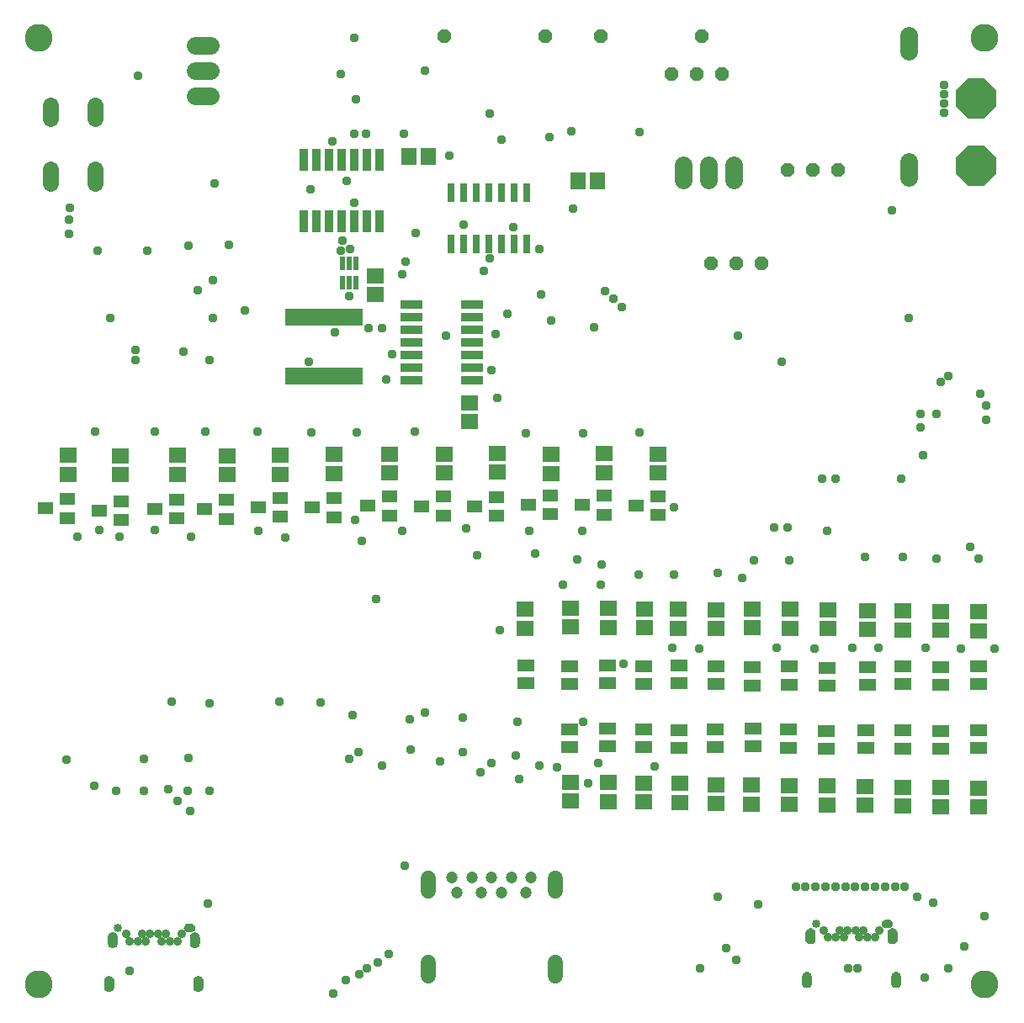
<source format=gbr>
G04 EAGLE Gerber RS-274X export*
G75*
%MOMM*%
%FSLAX34Y34*%
%LPD*%
%INSoldermask Bottom*%
%IPPOS*%
%AMOC8*
5,1,8,0,0,1.08239X$1,22.5*%
G01*
%ADD10C,2.803200*%
%ADD11P,1.451614X8X22.500000*%
%ADD12R,1.503200X1.703200*%
%ADD13R,1.703200X1.503200*%
%ADD14R,1.653200X1.303200*%
%ADD15R,0.653200X1.678200*%
%ADD16R,0.863600X2.235200*%
%ADD17R,2.235200X0.863600*%
%ADD18C,0.903200*%
%ADD19C,0.853200*%
%ADD20R,1.603200X1.203200*%
%ADD21C,1.625600*%
%ADD22C,1.743200*%
%ADD23R,0.558800X1.320800*%
%ADD24R,0.736600X1.905000*%
%ADD25C,1.203200*%
%ADD26C,1.503200*%
%ADD27C,1.767838*%
%ADD28P,4.343848X8X22.500000*%
%ADD29C,0.959600*%

G36*
X100018Y60176D02*
X100018Y60176D01*
X100024Y60182D01*
X100029Y60179D01*
X101086Y60549D01*
X101090Y60556D01*
X101096Y60553D01*
X102044Y61149D01*
X102047Y61157D01*
X102052Y61156D01*
X102844Y61948D01*
X102845Y61956D01*
X102851Y61956D01*
X103447Y62904D01*
X103446Y62913D01*
X103451Y62914D01*
X103821Y63971D01*
X103820Y63975D01*
X103822Y63977D01*
X103820Y63980D01*
X103824Y63982D01*
X103949Y65095D01*
X103947Y65098D01*
X103949Y65100D01*
X103949Y71100D01*
X103947Y71103D01*
X103949Y71106D01*
X103824Y72218D01*
X103818Y72224D01*
X103821Y72229D01*
X103451Y73286D01*
X103445Y73290D01*
X103447Y73296D01*
X102851Y74244D01*
X102843Y74247D01*
X102844Y74252D01*
X102052Y75044D01*
X102044Y75045D01*
X102044Y75051D01*
X101096Y75647D01*
X101087Y75646D01*
X101086Y75651D01*
X100029Y76021D01*
X100021Y76019D01*
X100018Y76024D01*
X98906Y76149D01*
X98898Y76145D01*
X98895Y76149D01*
X97782Y76024D01*
X97776Y76018D01*
X97771Y76021D01*
X96714Y75651D01*
X96710Y75645D01*
X96704Y75647D01*
X95756Y75051D01*
X95753Y75043D01*
X95748Y75044D01*
X94956Y74252D01*
X94955Y74244D01*
X94949Y74244D01*
X94353Y73296D01*
X94354Y73287D01*
X94349Y73286D01*
X93979Y72229D01*
X93981Y72221D01*
X93976Y72218D01*
X93851Y71106D01*
X93853Y71102D01*
X93851Y71100D01*
X93851Y65100D01*
X93853Y65097D01*
X93851Y65095D01*
X93976Y63982D01*
X93982Y63976D01*
X93979Y63971D01*
X94349Y62914D01*
X94356Y62910D01*
X94353Y62904D01*
X94949Y61956D01*
X94957Y61953D01*
X94956Y61948D01*
X95748Y61156D01*
X95756Y61155D01*
X95756Y61149D01*
X96704Y60553D01*
X96713Y60554D01*
X96714Y60549D01*
X97771Y60179D01*
X97779Y60181D01*
X97782Y60176D01*
X98895Y60051D01*
X98902Y60055D01*
X98906Y60051D01*
X100018Y60176D01*
G37*
G36*
X182618Y60176D02*
X182618Y60176D01*
X182624Y60182D01*
X182629Y60179D01*
X183686Y60549D01*
X183690Y60556D01*
X183696Y60553D01*
X184644Y61149D01*
X184647Y61157D01*
X184652Y61156D01*
X185444Y61948D01*
X185445Y61956D01*
X185451Y61956D01*
X186047Y62904D01*
X186046Y62913D01*
X186051Y62914D01*
X186421Y63971D01*
X186420Y63975D01*
X186422Y63977D01*
X186420Y63980D01*
X186424Y63982D01*
X186549Y65095D01*
X186547Y65098D01*
X186549Y65100D01*
X186549Y71100D01*
X186547Y71103D01*
X186549Y71106D01*
X186424Y72218D01*
X186418Y72224D01*
X186421Y72229D01*
X186051Y73286D01*
X186045Y73290D01*
X186047Y73296D01*
X185451Y74244D01*
X185443Y74247D01*
X185444Y74252D01*
X184652Y75044D01*
X184644Y75045D01*
X184644Y75051D01*
X183696Y75647D01*
X183687Y75646D01*
X183686Y75651D01*
X182629Y76021D01*
X182621Y76019D01*
X182618Y76024D01*
X181506Y76149D01*
X181498Y76145D01*
X181495Y76149D01*
X180382Y76024D01*
X180376Y76018D01*
X180371Y76021D01*
X179314Y75651D01*
X179310Y75645D01*
X179304Y75647D01*
X178356Y75051D01*
X178353Y75043D01*
X178348Y75044D01*
X177556Y74252D01*
X177555Y74244D01*
X177549Y74244D01*
X176953Y73296D01*
X176954Y73287D01*
X176949Y73286D01*
X176579Y72229D01*
X176581Y72221D01*
X176576Y72218D01*
X176451Y71106D01*
X176453Y71102D01*
X176451Y71100D01*
X176451Y65100D01*
X176453Y65097D01*
X176451Y65095D01*
X176576Y63982D01*
X176582Y63976D01*
X176579Y63971D01*
X176949Y62914D01*
X176956Y62910D01*
X176953Y62904D01*
X177549Y61956D01*
X177557Y61953D01*
X177556Y61948D01*
X178348Y61156D01*
X178356Y61155D01*
X178356Y61149D01*
X179304Y60553D01*
X179313Y60554D01*
X179314Y60549D01*
X180371Y60179D01*
X180379Y60181D01*
X180382Y60176D01*
X181495Y60051D01*
X181502Y60055D01*
X181506Y60051D01*
X182618Y60176D01*
G37*
G36*
X888318Y20176D02*
X888318Y20176D01*
X888324Y20182D01*
X888329Y20179D01*
X889386Y20549D01*
X889390Y20556D01*
X889396Y20553D01*
X890344Y21149D01*
X890347Y21157D01*
X890352Y21156D01*
X891144Y21948D01*
X891145Y21956D01*
X891151Y21956D01*
X891747Y22904D01*
X891746Y22913D01*
X891751Y22914D01*
X892121Y23971D01*
X892120Y23975D01*
X892122Y23977D01*
X892120Y23980D01*
X892124Y23982D01*
X892249Y25095D01*
X892247Y25098D01*
X892249Y25100D01*
X892249Y31100D01*
X892247Y31103D01*
X892249Y31106D01*
X892124Y32218D01*
X892118Y32224D01*
X892121Y32229D01*
X891751Y33286D01*
X891745Y33290D01*
X891747Y33296D01*
X891151Y34244D01*
X891143Y34247D01*
X891144Y34252D01*
X890352Y35044D01*
X890344Y35045D01*
X890344Y35051D01*
X889396Y35647D01*
X889387Y35646D01*
X889386Y35651D01*
X888329Y36021D01*
X888321Y36019D01*
X888318Y36024D01*
X887206Y36149D01*
X887198Y36145D01*
X887195Y36149D01*
X886082Y36024D01*
X886076Y36018D01*
X886071Y36021D01*
X885014Y35651D01*
X885010Y35645D01*
X885004Y35647D01*
X884056Y35051D01*
X884053Y35043D01*
X884048Y35044D01*
X883256Y34252D01*
X883255Y34244D01*
X883249Y34244D01*
X882653Y33296D01*
X882654Y33287D01*
X882649Y33286D01*
X882279Y32229D01*
X882281Y32221D01*
X882276Y32218D01*
X882151Y31106D01*
X882153Y31102D01*
X882151Y31100D01*
X882151Y25100D01*
X882153Y25097D01*
X882151Y25095D01*
X882276Y23982D01*
X882282Y23976D01*
X882279Y23971D01*
X882649Y22914D01*
X882656Y22910D01*
X882653Y22904D01*
X883249Y21956D01*
X883257Y21953D01*
X883256Y21948D01*
X884048Y21156D01*
X884056Y21155D01*
X884056Y21149D01*
X885004Y20553D01*
X885013Y20554D01*
X885014Y20549D01*
X886071Y20179D01*
X886079Y20181D01*
X886082Y20176D01*
X887195Y20051D01*
X887202Y20055D01*
X887206Y20051D01*
X888318Y20176D01*
G37*
G36*
X798518Y20176D02*
X798518Y20176D01*
X798524Y20182D01*
X798529Y20179D01*
X799586Y20549D01*
X799590Y20556D01*
X799596Y20553D01*
X800544Y21149D01*
X800547Y21157D01*
X800552Y21156D01*
X801344Y21948D01*
X801345Y21956D01*
X801351Y21956D01*
X801947Y22904D01*
X801946Y22913D01*
X801951Y22914D01*
X802321Y23971D01*
X802320Y23975D01*
X802322Y23977D01*
X802320Y23980D01*
X802324Y23982D01*
X802449Y25095D01*
X802447Y25098D01*
X802449Y25100D01*
X802449Y31100D01*
X802447Y31103D01*
X802449Y31106D01*
X802324Y32218D01*
X802318Y32224D01*
X802321Y32229D01*
X801951Y33286D01*
X801945Y33290D01*
X801947Y33296D01*
X801351Y34244D01*
X801343Y34247D01*
X801344Y34252D01*
X800552Y35044D01*
X800544Y35045D01*
X800544Y35051D01*
X799596Y35647D01*
X799587Y35646D01*
X799586Y35651D01*
X798529Y36021D01*
X798521Y36019D01*
X798518Y36024D01*
X797406Y36149D01*
X797398Y36145D01*
X797395Y36149D01*
X796282Y36024D01*
X796276Y36018D01*
X796271Y36021D01*
X795214Y35651D01*
X795210Y35645D01*
X795204Y35647D01*
X794256Y35051D01*
X794253Y35043D01*
X794248Y35044D01*
X793456Y34252D01*
X793455Y34244D01*
X793449Y34244D01*
X792853Y33296D01*
X792854Y33287D01*
X792849Y33286D01*
X792479Y32229D01*
X792481Y32221D01*
X792476Y32218D01*
X792351Y31106D01*
X792353Y31102D01*
X792351Y31100D01*
X792351Y25100D01*
X792353Y25097D01*
X792351Y25095D01*
X792476Y23982D01*
X792482Y23976D01*
X792479Y23971D01*
X792849Y22914D01*
X792856Y22910D01*
X792853Y22904D01*
X793449Y21956D01*
X793457Y21953D01*
X793456Y21948D01*
X794248Y21156D01*
X794256Y21155D01*
X794256Y21149D01*
X795204Y20553D01*
X795213Y20554D01*
X795214Y20549D01*
X796271Y20179D01*
X796279Y20181D01*
X796282Y20176D01*
X797395Y20051D01*
X797402Y20055D01*
X797406Y20051D01*
X798518Y20176D01*
G37*
G36*
X186218Y16176D02*
X186218Y16176D01*
X186224Y16182D01*
X186229Y16179D01*
X187286Y16549D01*
X187290Y16556D01*
X187296Y16553D01*
X188244Y17149D01*
X188247Y17157D01*
X188252Y17156D01*
X189044Y17948D01*
X189045Y17956D01*
X189051Y17956D01*
X189647Y18904D01*
X189646Y18913D01*
X189651Y18914D01*
X190021Y19971D01*
X190020Y19975D01*
X190022Y19977D01*
X190020Y19980D01*
X190024Y19982D01*
X190149Y21095D01*
X190147Y21098D01*
X190149Y21100D01*
X190149Y27100D01*
X190147Y27103D01*
X190149Y27106D01*
X190024Y28218D01*
X190018Y28224D01*
X190021Y28229D01*
X189651Y29286D01*
X189645Y29290D01*
X189647Y29296D01*
X189051Y30244D01*
X189043Y30247D01*
X189044Y30252D01*
X188252Y31044D01*
X188244Y31045D01*
X188244Y31051D01*
X187296Y31647D01*
X187287Y31646D01*
X187286Y31651D01*
X186229Y32021D01*
X186221Y32019D01*
X186218Y32024D01*
X185106Y32149D01*
X185098Y32145D01*
X185095Y32149D01*
X183982Y32024D01*
X183976Y32018D01*
X183971Y32021D01*
X182914Y31651D01*
X182910Y31645D01*
X182904Y31647D01*
X181956Y31051D01*
X181953Y31043D01*
X181948Y31044D01*
X181156Y30252D01*
X181155Y30244D01*
X181149Y30244D01*
X180553Y29296D01*
X180554Y29287D01*
X180549Y29286D01*
X180179Y28229D01*
X180181Y28221D01*
X180176Y28218D01*
X180051Y27106D01*
X180053Y27102D01*
X180051Y27100D01*
X180051Y21100D01*
X180053Y21097D01*
X180051Y21095D01*
X180176Y19982D01*
X180182Y19976D01*
X180179Y19971D01*
X180549Y18914D01*
X180556Y18910D01*
X180553Y18904D01*
X181149Y17956D01*
X181157Y17953D01*
X181156Y17948D01*
X181948Y17156D01*
X181956Y17155D01*
X181956Y17149D01*
X182904Y16553D01*
X182913Y16554D01*
X182914Y16549D01*
X183971Y16179D01*
X183979Y16181D01*
X183982Y16176D01*
X185095Y16051D01*
X185102Y16055D01*
X185106Y16051D01*
X186218Y16176D01*
G37*
G36*
X96418Y16176D02*
X96418Y16176D01*
X96424Y16182D01*
X96429Y16179D01*
X97486Y16549D01*
X97490Y16556D01*
X97496Y16553D01*
X98444Y17149D01*
X98447Y17157D01*
X98452Y17156D01*
X99244Y17948D01*
X99245Y17956D01*
X99251Y17956D01*
X99847Y18904D01*
X99846Y18913D01*
X99851Y18914D01*
X100221Y19971D01*
X100220Y19975D01*
X100222Y19977D01*
X100220Y19980D01*
X100224Y19982D01*
X100349Y21095D01*
X100347Y21098D01*
X100349Y21100D01*
X100349Y27100D01*
X100347Y27103D01*
X100349Y27106D01*
X100224Y28218D01*
X100218Y28224D01*
X100221Y28229D01*
X99851Y29286D01*
X99845Y29290D01*
X99847Y29296D01*
X99251Y30244D01*
X99243Y30247D01*
X99244Y30252D01*
X98452Y31044D01*
X98444Y31045D01*
X98444Y31051D01*
X97496Y31647D01*
X97487Y31646D01*
X97486Y31651D01*
X96429Y32021D01*
X96421Y32019D01*
X96418Y32024D01*
X95306Y32149D01*
X95298Y32145D01*
X95295Y32149D01*
X94182Y32024D01*
X94176Y32018D01*
X94171Y32021D01*
X93114Y31651D01*
X93110Y31645D01*
X93104Y31647D01*
X92156Y31051D01*
X92153Y31043D01*
X92148Y31044D01*
X91356Y30252D01*
X91355Y30244D01*
X91349Y30244D01*
X90753Y29296D01*
X90754Y29287D01*
X90749Y29286D01*
X90379Y28229D01*
X90381Y28221D01*
X90376Y28218D01*
X90251Y27106D01*
X90253Y27102D01*
X90251Y27100D01*
X90251Y21100D01*
X90253Y21097D01*
X90251Y21095D01*
X90376Y19982D01*
X90382Y19976D01*
X90379Y19971D01*
X90749Y18914D01*
X90756Y18910D01*
X90753Y18904D01*
X91349Y17956D01*
X91357Y17953D01*
X91356Y17948D01*
X92148Y17156D01*
X92156Y17155D01*
X92156Y17149D01*
X93104Y16553D01*
X93113Y16554D01*
X93114Y16549D01*
X94171Y16179D01*
X94179Y16181D01*
X94182Y16176D01*
X95295Y16051D01*
X95302Y16055D01*
X95306Y16051D01*
X96418Y16176D01*
G37*
G36*
X884718Y64176D02*
X884718Y64176D01*
X884724Y64182D01*
X884729Y64179D01*
X885786Y64549D01*
X885790Y64556D01*
X885796Y64553D01*
X886744Y65149D01*
X886747Y65157D01*
X886752Y65156D01*
X887544Y65948D01*
X887545Y65956D01*
X887551Y65956D01*
X888147Y66904D01*
X888146Y66913D01*
X888151Y66914D01*
X888521Y67971D01*
X888520Y67975D01*
X888522Y67977D01*
X888520Y67980D01*
X888524Y67982D01*
X888649Y69095D01*
X888647Y69098D01*
X888649Y69100D01*
X888649Y75100D01*
X888647Y75103D01*
X888649Y75106D01*
X888524Y76218D01*
X888518Y76224D01*
X888521Y76229D01*
X888151Y77286D01*
X888145Y77290D01*
X888147Y77296D01*
X887551Y78244D01*
X887543Y78247D01*
X887544Y78252D01*
X886752Y79044D01*
X886744Y79045D01*
X886744Y79051D01*
X885796Y79647D01*
X885787Y79646D01*
X885786Y79651D01*
X884729Y80021D01*
X884721Y80019D01*
X884718Y80024D01*
X883606Y80149D01*
X883598Y80145D01*
X883595Y80149D01*
X882482Y80024D01*
X882476Y80018D01*
X882471Y80021D01*
X881414Y79651D01*
X881410Y79645D01*
X881404Y79647D01*
X880456Y79051D01*
X880453Y79043D01*
X880448Y79044D01*
X879656Y78252D01*
X879655Y78244D01*
X879649Y78244D01*
X879053Y77296D01*
X879054Y77287D01*
X879049Y77286D01*
X878679Y76229D01*
X878681Y76221D01*
X878676Y76218D01*
X878551Y75106D01*
X878553Y75102D01*
X878551Y75100D01*
X878551Y69100D01*
X878553Y69097D01*
X878551Y69095D01*
X878676Y67982D01*
X878682Y67976D01*
X878679Y67971D01*
X879049Y66914D01*
X879056Y66910D01*
X879053Y66904D01*
X879649Y65956D01*
X879657Y65953D01*
X879656Y65948D01*
X880448Y65156D01*
X880456Y65155D01*
X880456Y65149D01*
X881404Y64553D01*
X881413Y64554D01*
X881414Y64549D01*
X882471Y64179D01*
X882479Y64181D01*
X882482Y64176D01*
X883595Y64051D01*
X883602Y64055D01*
X883606Y64051D01*
X884718Y64176D01*
G37*
G36*
X802118Y64176D02*
X802118Y64176D01*
X802124Y64182D01*
X802129Y64179D01*
X803186Y64549D01*
X803190Y64556D01*
X803196Y64553D01*
X804144Y65149D01*
X804147Y65157D01*
X804152Y65156D01*
X804944Y65948D01*
X804945Y65956D01*
X804951Y65956D01*
X805547Y66904D01*
X805546Y66913D01*
X805551Y66914D01*
X805921Y67971D01*
X805920Y67975D01*
X805922Y67977D01*
X805920Y67980D01*
X805924Y67982D01*
X806049Y69095D01*
X806047Y69098D01*
X806049Y69100D01*
X806049Y75100D01*
X806047Y75103D01*
X806049Y75106D01*
X805924Y76218D01*
X805918Y76224D01*
X805921Y76229D01*
X805551Y77286D01*
X805545Y77290D01*
X805547Y77296D01*
X804951Y78244D01*
X804943Y78247D01*
X804944Y78252D01*
X804152Y79044D01*
X804144Y79045D01*
X804144Y79051D01*
X803196Y79647D01*
X803187Y79646D01*
X803186Y79651D01*
X802129Y80021D01*
X802121Y80019D01*
X802118Y80024D01*
X801006Y80149D01*
X800998Y80145D01*
X800995Y80149D01*
X799882Y80024D01*
X799876Y80018D01*
X799871Y80021D01*
X798814Y79651D01*
X798810Y79645D01*
X798804Y79647D01*
X797856Y79051D01*
X797853Y79043D01*
X797848Y79044D01*
X797056Y78252D01*
X797055Y78244D01*
X797049Y78244D01*
X796453Y77296D01*
X796454Y77287D01*
X796449Y77286D01*
X796079Y76229D01*
X796081Y76221D01*
X796076Y76218D01*
X795951Y75106D01*
X795953Y75102D01*
X795951Y75100D01*
X795951Y69100D01*
X795953Y69097D01*
X795951Y69095D01*
X796076Y67982D01*
X796082Y67976D01*
X796079Y67971D01*
X796449Y66914D01*
X796456Y66910D01*
X796453Y66904D01*
X797049Y65956D01*
X797057Y65953D01*
X797056Y65948D01*
X797848Y65156D01*
X797856Y65155D01*
X797856Y65149D01*
X798804Y64553D01*
X798813Y64554D01*
X798814Y64549D01*
X799871Y64179D01*
X799879Y64181D01*
X799882Y64176D01*
X800995Y64051D01*
X801002Y64055D01*
X801006Y64051D01*
X802118Y64176D01*
G37*
G36*
X879803Y80203D02*
X879803Y80203D01*
X879806Y80201D01*
X880751Y80308D01*
X880757Y80313D01*
X880762Y80310D01*
X881660Y80624D01*
X881665Y80631D01*
X881670Y80629D01*
X882476Y81136D01*
X882479Y81143D01*
X882485Y81142D01*
X883158Y81815D01*
X883159Y81823D01*
X883164Y81824D01*
X883671Y82630D01*
X883670Y82638D01*
X883676Y82640D01*
X883990Y83538D01*
X883987Y83546D01*
X883992Y83549D01*
X884099Y84495D01*
X884095Y84502D01*
X884099Y84506D01*
X883992Y85451D01*
X883987Y85457D01*
X883990Y85462D01*
X883676Y86360D01*
X883669Y86365D01*
X883671Y86370D01*
X883164Y87176D01*
X883157Y87179D01*
X883158Y87185D01*
X882485Y87858D01*
X882477Y87859D01*
X882476Y87864D01*
X881670Y88371D01*
X881662Y88370D01*
X881660Y88376D01*
X880762Y88690D01*
X880754Y88687D01*
X880751Y88692D01*
X879806Y88799D01*
X879802Y88797D01*
X879800Y88799D01*
X876800Y88799D01*
X876797Y88797D01*
X876795Y88799D01*
X875849Y88692D01*
X875843Y88687D01*
X875838Y88690D01*
X874940Y88376D01*
X874935Y88369D01*
X874930Y88371D01*
X874124Y87864D01*
X874121Y87857D01*
X874115Y87858D01*
X873442Y87185D01*
X873441Y87177D01*
X873436Y87176D01*
X872929Y86370D01*
X872930Y86362D01*
X872924Y86360D01*
X872610Y85462D01*
X872613Y85454D01*
X872608Y85451D01*
X872501Y84506D01*
X872505Y84499D01*
X872504Y84499D01*
X872505Y84498D01*
X872501Y84495D01*
X872608Y83549D01*
X872613Y83543D01*
X872610Y83538D01*
X872924Y82640D01*
X872931Y82635D01*
X872929Y82630D01*
X873436Y81824D01*
X873443Y81821D01*
X873442Y81815D01*
X874115Y81142D01*
X874123Y81141D01*
X874124Y81136D01*
X874930Y80629D01*
X874938Y80630D01*
X874940Y80624D01*
X875838Y80310D01*
X875846Y80313D01*
X875849Y80308D01*
X876795Y80201D01*
X876798Y80203D01*
X876800Y80201D01*
X879800Y80201D01*
X879803Y80203D01*
G37*
G36*
X177703Y76203D02*
X177703Y76203D01*
X177706Y76201D01*
X178651Y76308D01*
X178657Y76313D01*
X178662Y76310D01*
X179560Y76624D01*
X179565Y76631D01*
X179570Y76629D01*
X180376Y77136D01*
X180379Y77143D01*
X180385Y77142D01*
X181058Y77815D01*
X181059Y77823D01*
X181064Y77824D01*
X181571Y78630D01*
X181570Y78638D01*
X181576Y78640D01*
X181890Y79538D01*
X181887Y79546D01*
X181892Y79549D01*
X181999Y80495D01*
X181995Y80502D01*
X181999Y80506D01*
X181892Y81451D01*
X181887Y81457D01*
X181890Y81462D01*
X181576Y82360D01*
X181569Y82365D01*
X181571Y82370D01*
X181064Y83176D01*
X181057Y83179D01*
X181058Y83185D01*
X180385Y83858D01*
X180377Y83859D01*
X180376Y83864D01*
X179570Y84371D01*
X179562Y84370D01*
X179560Y84376D01*
X178662Y84690D01*
X178654Y84687D01*
X178651Y84692D01*
X177706Y84799D01*
X177702Y84797D01*
X177700Y84799D01*
X174700Y84799D01*
X174697Y84797D01*
X174695Y84799D01*
X173749Y84692D01*
X173743Y84687D01*
X173738Y84690D01*
X172840Y84376D01*
X172835Y84369D01*
X172830Y84371D01*
X172024Y83864D01*
X172021Y83857D01*
X172015Y83858D01*
X171342Y83185D01*
X171341Y83177D01*
X171336Y83176D01*
X170829Y82370D01*
X170830Y82362D01*
X170824Y82360D01*
X170510Y81462D01*
X170513Y81454D01*
X170508Y81451D01*
X170401Y80506D01*
X170405Y80499D01*
X170404Y80499D01*
X170405Y80498D01*
X170401Y80495D01*
X170508Y79549D01*
X170513Y79543D01*
X170510Y79538D01*
X170824Y78640D01*
X170831Y78635D01*
X170829Y78630D01*
X171336Y77824D01*
X171343Y77821D01*
X171342Y77815D01*
X172015Y77142D01*
X172023Y77141D01*
X172024Y77136D01*
X172830Y76629D01*
X172838Y76630D01*
X172840Y76624D01*
X173738Y76310D01*
X173746Y76313D01*
X173749Y76308D01*
X174695Y76201D01*
X174698Y76203D01*
X174700Y76201D01*
X177700Y76201D01*
X177703Y76203D01*
G37*
D10*
X24000Y976000D03*
X24000Y24000D03*
X976000Y24000D03*
X976000Y976000D03*
D11*
X701100Y749500D03*
X751900Y749500D03*
X726500Y749500D03*
D12*
X567300Y832400D03*
X586300Y832400D03*
X397100Y856800D03*
X416100Y856800D03*
D11*
X778200Y843100D03*
X829000Y843100D03*
X803600Y843100D03*
X660800Y940000D03*
X711600Y940000D03*
X686200Y940000D03*
D13*
X363300Y717800D03*
X363300Y736800D03*
X457700Y608700D03*
X457700Y589700D03*
D14*
X558800Y280500D03*
X558800Y262500D03*
X894000Y279000D03*
X894000Y261000D03*
X932000Y278400D03*
X932000Y260400D03*
X970000Y279300D03*
X970000Y261300D03*
X970000Y325800D03*
X970000Y343800D03*
X932000Y324900D03*
X932000Y342900D03*
X894000Y326000D03*
X894000Y344000D03*
X858000Y325100D03*
X858000Y343100D03*
X818000Y324200D03*
X818000Y342200D03*
X780000Y325300D03*
X780000Y343300D03*
X742000Y324400D03*
X742000Y342400D03*
X596800Y281400D03*
X596800Y263400D03*
X706000Y325500D03*
X706000Y343500D03*
X668800Y326500D03*
X668800Y344500D03*
X632800Y325600D03*
X632800Y343600D03*
X596800Y326700D03*
X596800Y344700D03*
X558800Y325800D03*
X558800Y343800D03*
X514800Y326900D03*
X514800Y344900D03*
X632800Y280300D03*
X632800Y262300D03*
X668800Y279200D03*
X668800Y261200D03*
X704800Y280100D03*
X704800Y262100D03*
X742800Y281000D03*
X742800Y263000D03*
X778800Y279900D03*
X778800Y261900D03*
X816800Y278800D03*
X816800Y260800D03*
X856800Y279700D03*
X856800Y261700D03*
D15*
X346950Y636020D03*
X340450Y636020D03*
X333950Y636020D03*
X327450Y636020D03*
X320950Y636020D03*
X314450Y636020D03*
X307950Y636020D03*
X301450Y636020D03*
X294950Y636020D03*
X288450Y636020D03*
X281950Y636020D03*
X275450Y636020D03*
X275450Y694780D03*
X281950Y694780D03*
X288450Y694780D03*
X294950Y694780D03*
X301450Y694780D03*
X307950Y694780D03*
X314450Y694780D03*
X320950Y694780D03*
X327450Y694780D03*
X333950Y694780D03*
X340450Y694780D03*
X346950Y694780D03*
D16*
X367300Y791666D03*
X367300Y853134D03*
X354600Y791666D03*
X341900Y791666D03*
X354600Y853134D03*
X341900Y853134D03*
X329200Y791666D03*
X329200Y853134D03*
X316500Y791666D03*
X303800Y791666D03*
X316500Y853134D03*
X303800Y853134D03*
X291100Y791666D03*
X291100Y853134D03*
D17*
X399066Y631400D03*
X460534Y631400D03*
X399066Y644100D03*
X399066Y656800D03*
X460534Y644100D03*
X460534Y656800D03*
X399066Y669500D03*
X460534Y669500D03*
X399066Y682200D03*
X399066Y694900D03*
X460534Y682200D03*
X460534Y694900D03*
X399066Y707600D03*
X460534Y707600D03*
D18*
X168200Y74000D03*
X164200Y67000D03*
X156200Y67000D03*
X152200Y74000D03*
X148200Y67000D03*
X144200Y74000D03*
X136200Y74000D03*
X132200Y67000D03*
X128200Y74000D03*
X124200Y67000D03*
X116200Y67000D03*
X112200Y74000D03*
D19*
X176200Y80500D03*
X104200Y80500D03*
D18*
X870300Y78000D03*
X866300Y71000D03*
X858300Y71000D03*
X854300Y78000D03*
X850300Y71000D03*
X846300Y78000D03*
X838300Y78000D03*
X834300Y71000D03*
X830300Y78000D03*
X826300Y71000D03*
X818300Y71000D03*
X814300Y78000D03*
D19*
X878300Y84500D03*
X806300Y84500D03*
D20*
X647300Y515100D03*
X647300Y496100D03*
X625300Y505600D03*
X593300Y515400D03*
X593300Y496400D03*
X571300Y505900D03*
X539300Y515700D03*
X539300Y496700D03*
X517300Y506200D03*
X485300Y514000D03*
X485300Y495000D03*
X463300Y504500D03*
X431300Y514300D03*
X431300Y495300D03*
X409300Y504800D03*
X377300Y514600D03*
X377300Y495600D03*
X355300Y505100D03*
X321300Y512900D03*
X321300Y493900D03*
X299300Y503400D03*
X267300Y513200D03*
X267300Y494200D03*
X245300Y503700D03*
X213500Y511100D03*
X213500Y492100D03*
X191500Y501600D03*
X163500Y511400D03*
X163500Y492400D03*
X141500Y501900D03*
X107500Y509700D03*
X107500Y490700D03*
X85500Y500200D03*
X53500Y512000D03*
X53500Y493000D03*
X31500Y502500D03*
D11*
X432200Y978000D03*
X533800Y978000D03*
D13*
X647200Y557100D03*
X647200Y538100D03*
X593200Y557600D03*
X593200Y538600D03*
X539700Y556600D03*
X539700Y537600D03*
X485700Y558100D03*
X485700Y539100D03*
D11*
X589700Y977500D03*
X691300Y977500D03*
D13*
X432300Y557400D03*
X432300Y538400D03*
X377700Y557100D03*
X377700Y538100D03*
X321700Y556600D03*
X321700Y537600D03*
X267700Y556100D03*
X267700Y537100D03*
X213700Y555600D03*
X213700Y536600D03*
X163700Y556100D03*
X163700Y537100D03*
X106700Y555600D03*
X106700Y536600D03*
X53700Y556100D03*
X53700Y537100D03*
X559300Y227100D03*
X559300Y208100D03*
X597300Y226600D03*
X597300Y207600D03*
X633300Y226100D03*
X633300Y207100D03*
X669300Y225600D03*
X669300Y206600D03*
X705800Y224600D03*
X705800Y205600D03*
X741800Y224100D03*
X741800Y205100D03*
X779800Y223600D03*
X779800Y204600D03*
X817800Y223100D03*
X817800Y204100D03*
X855800Y222600D03*
X855800Y203600D03*
X893800Y222100D03*
X893800Y203100D03*
X931800Y221600D03*
X931800Y202600D03*
X969800Y221100D03*
X969800Y202100D03*
X970200Y379400D03*
X970200Y398400D03*
X932200Y379900D03*
X932200Y398900D03*
X894200Y380400D03*
X894200Y399400D03*
X858200Y380900D03*
X858200Y399900D03*
X818200Y381400D03*
X818200Y400400D03*
X780200Y381900D03*
X780200Y400900D03*
X742200Y382400D03*
X742200Y401400D03*
X705700Y381400D03*
X705700Y400400D03*
X667700Y381900D03*
X667700Y400900D03*
X633700Y382400D03*
X633700Y401400D03*
X597700Y382900D03*
X597700Y401900D03*
X559700Y383400D03*
X559700Y402400D03*
X513700Y381900D03*
X513700Y400900D03*
D21*
X81506Y894500D02*
X81506Y908724D01*
X36294Y908724D02*
X36294Y894500D01*
X81506Y843700D02*
X81506Y829476D01*
X36294Y829476D02*
X36294Y843700D01*
D22*
X723400Y848200D02*
X723400Y832800D01*
X698000Y832800D02*
X698000Y848200D01*
X672600Y848200D02*
X672600Y832800D01*
X197200Y917300D02*
X181800Y917300D01*
X181800Y942700D02*
X197200Y942700D01*
X197200Y968100D02*
X181800Y968100D01*
D23*
X343504Y729748D03*
X336900Y729748D03*
X330296Y729748D03*
X330296Y749052D03*
X336900Y749052D03*
X343504Y749052D03*
D24*
X515200Y768792D03*
X502500Y768792D03*
X489800Y768792D03*
X477100Y768792D03*
X464400Y768792D03*
X451700Y768792D03*
X439000Y768792D03*
X439000Y820608D03*
X451700Y820608D03*
X464400Y820608D03*
X477100Y820608D03*
X489800Y820608D03*
X502500Y820608D03*
X515200Y820608D03*
D25*
X445000Y116250D03*
X470000Y116250D03*
X490000Y116250D03*
X515000Y116250D03*
X520000Y131250D03*
X500000Y131250D03*
X480000Y131250D03*
X460000Y131250D03*
X440000Y131250D03*
D26*
X416000Y130250D02*
X416000Y117250D01*
X544000Y117250D02*
X544000Y130250D01*
X416000Y45250D02*
X416000Y32250D01*
X544000Y32250D02*
X544000Y45250D01*
D27*
X899600Y835877D02*
X899600Y851523D01*
X899600Y962877D02*
X899600Y978523D01*
D28*
X967400Y847600D03*
X967400Y915000D03*
D29*
X891800Y532600D03*
X393200Y750600D03*
X337200Y716600D03*
X391800Y879800D03*
X437600Y857800D03*
X413000Y943400D03*
X55400Y805400D03*
X55200Y793000D03*
X55200Y779200D03*
X174800Y767400D03*
X201200Y829400D03*
X935600Y928400D03*
X935600Y919200D03*
X935400Y909800D03*
X935200Y900800D03*
X81400Y580200D03*
X141600Y580200D03*
X191800Y580200D03*
X244400Y579800D03*
X299000Y579400D03*
X344200Y579400D03*
X403000Y579800D03*
X515000Y578600D03*
X572400Y577800D03*
X629000Y579400D03*
X523600Y457000D03*
X566600Y451000D03*
X591000Y446200D03*
X454400Y482200D03*
X349800Y469600D03*
X272600Y473200D03*
X177600Y473800D03*
X63200Y474400D03*
X106000Y473800D03*
X343000Y490600D03*
X594400Y721000D03*
X603000Y713800D03*
X611400Y705400D03*
X583400Y684800D03*
X812400Y532600D03*
X825800Y532400D03*
X777800Y483600D03*
X764600Y483200D03*
X392800Y143200D03*
X116000Y37400D03*
X80400Y223400D03*
X157800Y308000D03*
X196600Y306000D03*
X266400Y307800D03*
X308000Y307200D03*
X340400Y294400D03*
X194400Y104600D03*
X628600Y881400D03*
X612600Y346200D03*
X662200Y362000D03*
X689200Y361600D03*
X766600Y362000D03*
X732000Y432200D03*
X805000Y361800D03*
X843000Y362200D03*
X869200Y362200D03*
X952200Y361800D03*
X917000Y362200D03*
X986600Y361200D03*
X644200Y242600D03*
X571800Y287800D03*
X587000Y246000D03*
X577400Y226200D03*
X545800Y242000D03*
X505800Y287800D03*
X508200Y230400D03*
X451200Y292400D03*
X413400Y296800D03*
X154400Y219800D03*
X176800Y198200D03*
X129800Y250200D03*
X175200Y251600D03*
X164200Y208600D03*
X504800Y254000D03*
X839200Y39400D03*
X848400Y39400D03*
X450800Y257000D03*
X398800Y260000D03*
X346000Y257200D03*
X374000Y632000D03*
X330000Y772000D03*
X184000Y722000D03*
X298000Y824000D03*
X390000Y480000D03*
X398000Y290000D03*
X338000Y764000D03*
X490000Y874000D03*
X486000Y614000D03*
X562000Y804000D03*
X560000Y882000D03*
X728000Y676000D03*
X664000Y504000D03*
X84000Y762000D03*
X134000Y762000D03*
X200000Y694000D03*
X96000Y694000D03*
X124000Y938000D03*
X390000Y738000D03*
X882600Y802600D03*
X342000Y880000D03*
X496000Y698000D03*
X538000Y876000D03*
X530000Y718000D03*
X216000Y768000D03*
X328000Y940000D03*
X484000Y678000D03*
X480000Y642000D03*
X354000Y880000D03*
X320000Y872000D03*
X404000Y780000D03*
X914000Y556000D03*
X772000Y650000D03*
X940000Y636000D03*
X370000Y684000D03*
X502000Y786000D03*
X196000Y652000D03*
X972000Y618000D03*
X380000Y658000D03*
X356000Y684000D03*
X170000Y660000D03*
X528000Y764000D03*
X434000Y676000D03*
X932000Y630000D03*
X540000Y692000D03*
X478000Y754000D03*
X342000Y810000D03*
X928000Y598000D03*
X472000Y742000D03*
X334000Y832000D03*
X342000Y976000D03*
X478000Y900000D03*
X900000Y694000D03*
X322000Y680000D03*
X122000Y662000D03*
X122000Y652000D03*
X344000Y914000D03*
X328000Y762000D03*
X232000Y702000D03*
X200000Y732000D03*
X452000Y788000D03*
X912000Y584000D03*
X978000Y592000D03*
X912000Y598000D03*
X978000Y606000D03*
X962000Y464000D03*
X296000Y650000D03*
X52000Y250000D03*
X102000Y218000D03*
X130000Y218000D03*
X480000Y246000D03*
X174000Y218000D03*
X196000Y218000D03*
X336600Y250800D03*
X370000Y244000D03*
X428000Y248000D03*
X528000Y244000D03*
X571000Y480000D03*
X377000Y54000D03*
X518000Y480000D03*
X366000Y46000D03*
X364000Y411000D03*
X355000Y40000D03*
X347000Y34000D03*
X245300Y480300D03*
X333000Y28000D03*
X141500Y480500D03*
X321000Y14000D03*
X85500Y480500D03*
X896000Y122000D03*
X786000Y122000D03*
X796000Y122000D03*
X806000Y122000D03*
X866000Y122000D03*
X816000Y122000D03*
X826000Y122000D03*
X836000Y122000D03*
X846000Y122000D03*
X856000Y122000D03*
X876000Y122000D03*
X886000Y122000D03*
X976000Y92000D03*
X708000Y112000D03*
X552000Y426000D03*
X970000Y452000D03*
X956000Y62000D03*
X928000Y452000D03*
X940000Y40000D03*
X894000Y454000D03*
X924000Y106000D03*
X664000Y436000D03*
X856000Y454000D03*
X916000Y30000D03*
X818000Y480000D03*
X908000Y112000D03*
X780000Y450000D03*
X744000Y450000D03*
X708000Y438000D03*
X748000Y104000D03*
X726000Y48000D03*
X628000Y436000D03*
X716000Y60000D03*
X590000Y426000D03*
X690000Y40000D03*
X488000Y380000D03*
X465200Y455800D03*
X468600Y237000D03*
M02*

</source>
